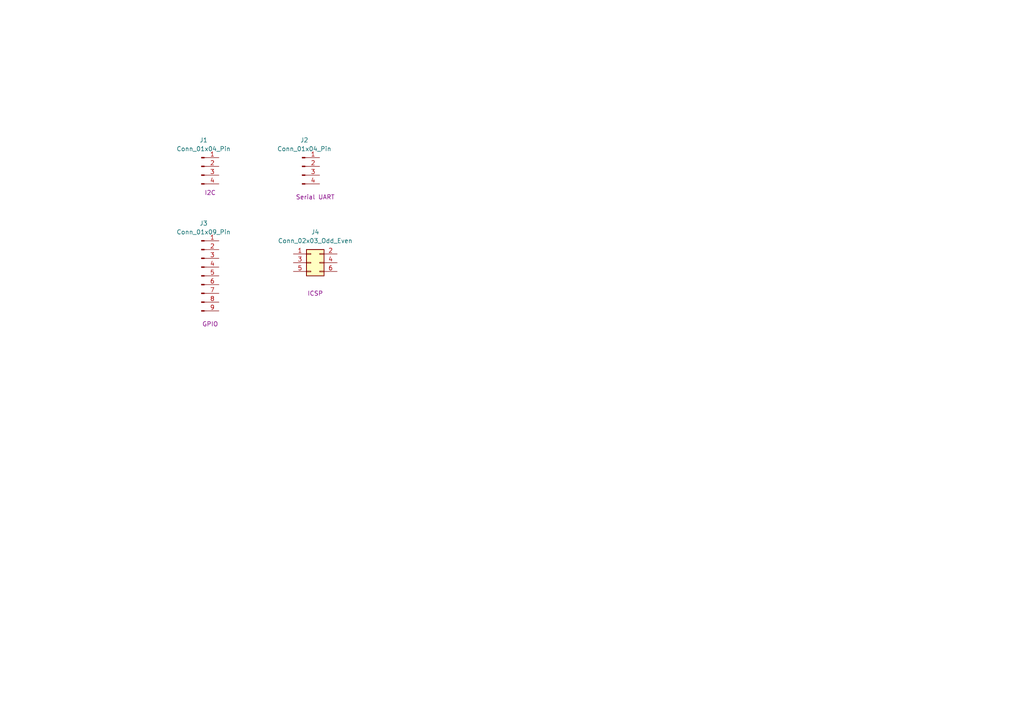
<source format=kicad_sch>
(kicad_sch (version 20250114) (generator "eeschema") (generator_version "9.0")
  (paper "A4")
  (lib_symbols
    (symbol "Connector:Conn_01x04_Pin" (pin_names (offset 1.016) (hide yes))
      (property "Reference" "J" (at 0 5.08 0))
      (property "Value" "Conn_01x04_Pin" (at 0 -7.62 0))
      (symbol "Conn_01x04_Pin_1_1"
        (rectangle (start 0.8636 2.667) (end 0 2.413) (stroke (width 0.1524)) (fill (type outline)))
        (rectangle (start 0.8636 0.127) (end 0 -0.127) (stroke (width 0.1524)) (fill (type outline)))
        (rectangle (start 0.8636 -2.413) (end 0 -2.667) (stroke (width 0.1524)) (fill (type outline)))
        (rectangle (start 0.8636 -4.953) (end 0 -5.207) (stroke (width 0.1524)) (fill (type outline)))
        (polyline (pts (xy 1.27 2.54) (xy 0.8636 2.54)) (stroke (width 0.1524)))
        (polyline (pts (xy 1.27 0) (xy 0.8636 0)) (stroke (width 0.1524)))
        (polyline (pts (xy 1.27 -2.54) (xy 0.8636 -2.54)) (stroke (width 0.1524)))
        (polyline (pts (xy 1.27 -5.08) (xy 0.8636 -5.08)) (stroke (width 0.1524)))
        (pin passive line (at 5.08 2.54 180) (length 3.81) (name "Pin_1") (number "1"))
        (pin passive line (at 5.08 0 180) (length 3.81) (name "Pin_2") (number "2"))
        (pin passive line (at 5.08 -2.54 180) (length 3.81) (name "Pin_3") (number "3"))
        (pin passive line (at 5.08 -5.08 180) (length 3.81) (name "Pin_4") (number "4"))
      )
    )
    (symbol "Connector:Conn_01x09_Pin" (pin_names (offset 1.016) (hide yes))
      (property "Reference" "J" (at 0 12.7 0))
      (property "Value" "Conn_01x09_Pin" (at 0 -12.7 0))
      (symbol "Conn_01x09_Pin_1_1"
        (rectangle (start 0.8636 10.287) (end 0 10.033) (stroke (width 0.1524)) (fill (type outline)))
        (rectangle (start 0.8636 7.747) (end 0 7.493) (stroke (width 0.1524)) (fill (type outline)))
        (rectangle (start 0.8636 5.207) (end 0 4.953) (stroke (width 0.1524)) (fill (type outline)))
        (rectangle (start 0.8636 2.667) (end 0 2.413) (stroke (width 0.1524)) (fill (type outline)))
        (rectangle (start 0.8636 0.127) (end 0 -0.127) (stroke (width 0.1524)) (fill (type outline)))
        (rectangle (start 0.8636 -2.413) (end 0 -2.667) (stroke (width 0.1524)) (fill (type outline)))
        (rectangle (start 0.8636 -4.953) (end 0 -5.207) (stroke (width 0.1524)) (fill (type outline)))
        (rectangle (start 0.8636 -7.493) (end 0 -7.747) (stroke (width 0.1524)) (fill (type outline)))
        (rectangle (start 0.8636 -10.033) (end 0 -10.287) (stroke (width 0.1524)) (fill (type outline)))
        (polyline (pts (xy 1.27 10.16) (xy 0.8636 10.16)) (stroke (width 0.1524)))
        (polyline (pts (xy 1.27 7.62) (xy 0.8636 7.62)) (stroke (width 0.1524)))
        (polyline (pts (xy 1.27 5.08) (xy 0.8636 5.08)) (stroke (width 0.1524)))
        (polyline (pts (xy 1.27 2.54) (xy 0.8636 2.54)) (stroke (width 0.1524)))
        (polyline (pts (xy 1.27 0) (xy 0.8636 0)) (stroke (width 0.1524)))
        (polyline (pts (xy 1.27 -2.54) (xy 0.8636 -2.54)) (stroke (width 0.1524)))
        (polyline (pts (xy 1.27 -5.08) (xy 0.8636 -5.08)) (stroke (width 0.1524)))
        (polyline (pts (xy 1.27 -7.62) (xy 0.8636 -7.62)) (stroke (width 0.1524)))
        (polyline (pts (xy 1.27 -10.16) (xy 0.8636 -10.16)) (stroke (width 0.1524)))
        (pin passive line (at 5.08 10.16 180) (length 3.81) (name "Pin_1") (number "1"))
        (pin passive line (at 5.08 7.62 180) (length 3.81) (name "Pin_2") (number "2"))
        (pin passive line (at 5.08 5.08 180) (length 3.81) (name "Pin_3") (number "3"))
        (pin passive line (at 5.08 2.54 180) (length 3.81) (name "Pin_4") (number "4"))
        (pin passive line (at 5.08 0 180) (length 3.81) (name "Pin_5") (number "5"))
        (pin passive line (at 5.08 -2.54 180) (length 3.81) (name "Pin_6") (number "6"))
        (pin passive line (at 5.08 -5.08 180) (length 3.81) (name "Pin_7") (number "7"))
        (pin passive line (at 5.08 -7.62 180) (length 3.81) (name "Pin_8") (number "8"))
        (pin passive line (at 5.08 -10.16 180) (length 3.81) (name "Pin_9") (number "9"))
      )
    )
    (symbol "Connector_Generic:Conn_02x03_Odd_Even" (pin_names (offset 1.016) (hide yes))
      (property "Reference" "J" (at 1.27 5.08 0))
      (property "Value" "Conn_02x03_Odd_Even" (at 1.27 -5.08 0))
      (symbol "Conn_02x03_Odd_Even_1_1"
        (rectangle (start -1.27 3.81) (end 3.81 -3.81) (stroke (width 0.254)) (fill (type background)))
        (rectangle (start -1.27 2.667) (end 0 2.413) (stroke (width 0.1524)))
        (rectangle (start -1.27 0.127) (end 0 -0.127) (stroke (width 0.1524)))
        (rectangle (start -1.27 -2.413) (end 0 -2.667) (stroke (width 0.1524)))
        (rectangle (start 3.81 2.667) (end 2.54 2.413) (stroke (width 0.1524)))
        (rectangle (start 3.81 0.127) (end 2.54 -0.127) (stroke (width 0.1524)))
        (rectangle (start 3.81 -2.413) (end 2.54 -2.667) (stroke (width 0.1524)))
        (pin passive line (at -5.08 2.54 0) (length 3.81) (name "Pin_1") (number "1"))
        (pin passive line (at -5.08 0 0) (length 3.81) (name "Pin_3") (number "3"))
        (pin passive line (at -5.08 -2.54 0) (length 3.81) (name "Pin_5") (number "5"))
        (pin passive line (at 7.62 2.54 180) (length 3.81) (name "Pin_2") (number "2"))
        (pin passive line (at 7.62 0 180) (length 3.81) (name "Pin_4") (number "4"))
        (pin passive line (at 7.62 -2.54 180) (length 3.81) (name "Pin_6") (number "6"))
      )
    )
  )
  (symbol (lib_id "Connector_Generic:Conn_02x03_Odd_Even") (at 90.17 76.2 0) (unit 1)
    (property "Reference" "J4" (at 91.44 67.31 0))
    (property "Value" "Conn_02x03_Odd_Even" (at 91.44 69.85 0))
    (property "Description" "Generic connector, double row, 02x03, odd/even pin numbering scheme (row 1 odd numbers, row 2 even numbers), script generated (kicad-library-utils/schlib/autogen/connector/)" (effects (hide yes)))
    (property "Purpose" "ICSP" (at 91.44 85.09 0))
  )
  (symbol (lib_id "Connector:Conn_01x04_Pin") (at 58.42 48.26 0) (unit 1)
    (property "Reference" "J1" (at 59.055 40.64 0))
    (property "Value" "Conn_01x04_Pin" (at 59.055 43.18 0))
    (property "Description" "Generic connector, single row, 01x04, script generated" (effects (hide yes)))
    (property "Purpose" "I2C" (at 60.96 55.88 0))
  )
  (symbol (lib_id "Connector:Conn_01x09_Pin") (at 58.42 80.01 0) (unit 1)
    (property "Reference" "J3" (at 59.055 64.77 0))
    (property "Value" "Conn_01x09_Pin" (at 59.055 67.31 0))
    (property "Description" "Generic connector, single row, 01x09, script generated" (effects (hide yes)))
    (property "Purpose" "GPIO" (at 60.96 93.98 0))
  )
  (symbol (lib_id "Connector:Conn_01x04_Pin") (at 87.63 48.26 0) (unit 1)
    (property "Reference" "J2" (at 88.265 40.64 0))
    (property "Value" "Conn_01x04_Pin" (at 88.265 43.18 0))
    (property "Description" "Generic connector, single row, 01x04, script generated" (effects (hide yes)))
    (property "Purpose" "Serial UART" (at 91.44 57.15 0))
  )
)
</source>
